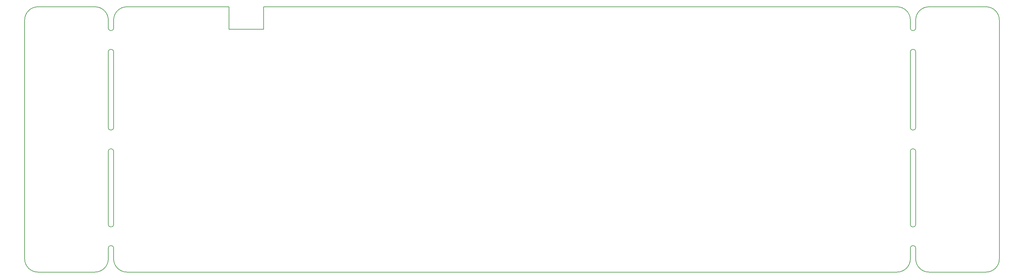
<source format=gbr>
G04 #@! TF.GenerationSoftware,KiCad,Pcbnew,(5.1.2-1)-1*
G04 #@! TF.CreationDate,2020-07-22T22:20:16-05:00*
G04 #@! TF.ProjectId,Ori_bottom_plate,4f72695f-626f-4747-946f-6d5f706c6174,rev?*
G04 #@! TF.SameCoordinates,Original*
G04 #@! TF.FileFunction,Profile,NP*
%FSLAX46Y46*%
G04 Gerber Fmt 4.6, Leading zero omitted, Abs format (unit mm)*
G04 Created by KiCad (PCBNEW (5.1.2-1)-1) date 2020-07-22 22:20:16*
%MOMM*%
%LPD*%
G04 APERTURE LIST*
%ADD10C,0.150000*%
G04 APERTURE END LIST*
D10*
X399380317Y-44459883D02*
X399379928Y-112859959D01*
X375440380Y-112859703D02*
G75*
G03X379240380Y-116659703I3800000J0D01*
G01*
X379240385Y-40659744D02*
G75*
G03X375440385Y-44459744I0J-3800000D01*
G01*
X375440379Y-109820014D02*
X375440380Y-112859707D01*
X373920385Y-109820000D02*
X373920000Y-112860000D01*
X375439994Y-82080014D02*
X375440380Y-102980014D01*
X373920000Y-82080000D02*
X373920386Y-102980000D01*
X373920000Y-44460000D02*
X373920769Y-46740000D01*
X375440385Y-44459744D02*
X375440763Y-46740014D01*
X375439994Y-53580014D02*
X375439994Y-75240014D01*
X373920000Y-53580000D02*
X373920000Y-75240000D01*
X375440379Y-109820014D02*
G75*
G03X373920385Y-109820000I-759997J-1D01*
G01*
X375439994Y-82080014D02*
G75*
G03X373920000Y-82080000I-759997J-1D01*
G01*
X373920000Y-75240000D02*
G75*
G03X375439994Y-75240014I759997J1D01*
G01*
X375439994Y-53580014D02*
G75*
G03X373920000Y-53580000I-759997J-1D01*
G01*
X373920769Y-46740000D02*
G75*
G03X375440763Y-46740014I759997J1D01*
G01*
X399380317Y-44459883D02*
G75*
G03X395580317Y-40659883I-3800000J0D01*
G01*
X395579928Y-116659959D02*
G75*
G03X399379928Y-112859959I0J3800000D01*
G01*
X373920386Y-102980000D02*
G75*
G03X375440380Y-102980014I759997J1D01*
G01*
X395579928Y-116659959D02*
X379240380Y-116659703D01*
X395580317Y-40659883D02*
X379240385Y-40659744D01*
X120459683Y-44459883D02*
X120460072Y-112859959D01*
X370120000Y-116660000D02*
X149720000Y-116660000D01*
X124259683Y-40659883D02*
X140599615Y-40659744D01*
X124260072Y-116659959D02*
X140599620Y-116659703D01*
X145919614Y-102980000D02*
G75*
G02X144399620Y-102980014I-759997J1D01*
G01*
X124260072Y-116659959D02*
G75*
G02X120460072Y-112859959I0J3800000D01*
G01*
X120459683Y-44459883D02*
G75*
G02X124259683Y-40659883I3800000J0D01*
G01*
X145919231Y-46740000D02*
G75*
G02X144399237Y-46740014I-759997J1D01*
G01*
X144400006Y-53580014D02*
G75*
G02X145920000Y-53580000I759997J-1D01*
G01*
X145919231Y-75240000D02*
G75*
G02X144399237Y-75240014I-759997J1D01*
G01*
X144400005Y-82080014D02*
G75*
G02X145919999Y-82080000I759997J-1D01*
G01*
X144399621Y-109820014D02*
G75*
G02X145919615Y-109820000I759997J-1D01*
G01*
X145920000Y-53580000D02*
X145919231Y-75240000D01*
X144400006Y-53580014D02*
X144399237Y-75240014D01*
X144399615Y-44459744D02*
X144399237Y-46740014D01*
X145920000Y-44460000D02*
X145919231Y-46740000D01*
X145919999Y-82080000D02*
X145919614Y-102980000D01*
X144400005Y-82080014D02*
X144399620Y-102980014D01*
X145919615Y-109820000D02*
X145920000Y-112860000D01*
X144399621Y-109820014D02*
X144399620Y-112859707D01*
X140599615Y-40659744D02*
G75*
G02X144399615Y-44459744I0J-3800000D01*
G01*
X144399620Y-112859703D02*
G75*
G02X140599620Y-116659703I-3800000J0D01*
G01*
X188860000Y-47119876D02*
X188860000Y-40660000D01*
X178979529Y-47119876D02*
X188859529Y-47119876D01*
X178980000Y-40660000D02*
X178980000Y-47119876D01*
X149720000Y-40660000D02*
X178980000Y-40660000D01*
X370120000Y-40660000D02*
X188860000Y-40660000D01*
X370120000Y-40660000D02*
G75*
G02X373920000Y-44460000I0J-3800000D01*
G01*
X373920000Y-112860000D02*
G75*
G02X370120000Y-116660000I-3800000J0D01*
G01*
X149720000Y-116660000D02*
G75*
G02X145920000Y-112860000I0J3800000D01*
G01*
X145920000Y-44460000D02*
G75*
G02X149720000Y-40660000I3800000J0D01*
G01*
M02*

</source>
